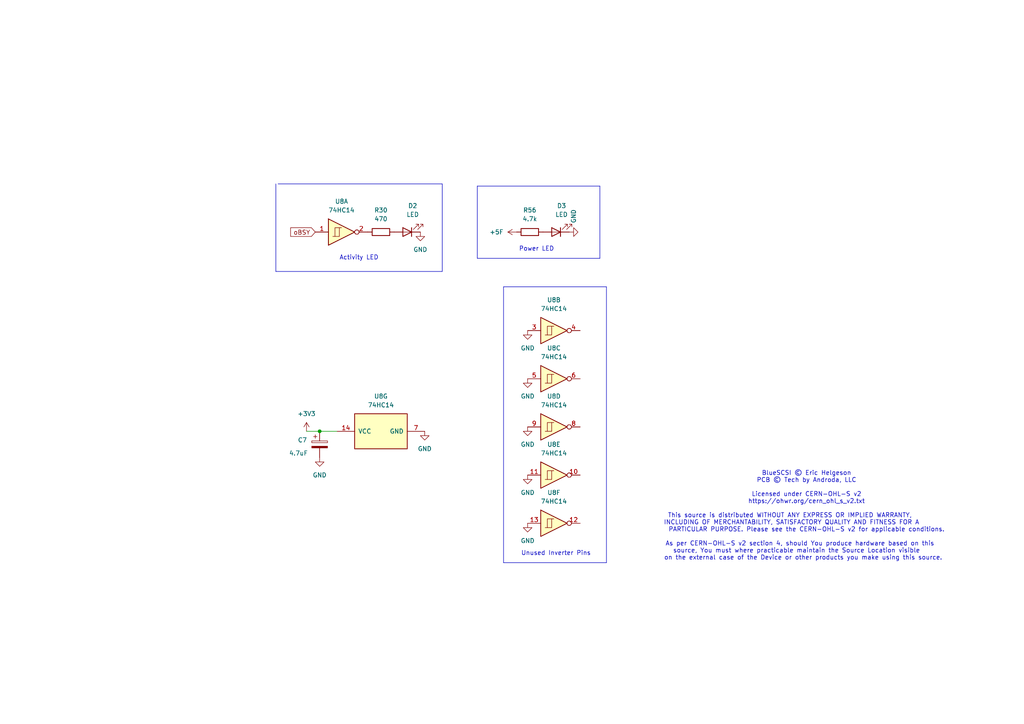
<source format=kicad_sch>
(kicad_sch (version 20250114) (generator "eeschema") (generator_version "9.0")
  (paper "A4")
  (title_block (title "BlueSCSI V2, Centronics 50 Pin, 2024.03a") (date "March 2024") (rev "1") (company "Tech by Androda, LLC"))
  (lib_symbols
    (symbol "74xx:74HC14" (pin_names (offset 1.016))
      (property "Reference" "U" (at 0 1.27 0))
      (property "Value" "74HC14" (at 0 -1.27 0))
      (symbol "74HC14_1_0"
        (polyline (pts (xy -3.81 3.81) (xy -3.81 -3.81) (xy 3.81 0) (xy -3.81 3.81)) (stroke (width 0.254)) (fill (type background)))
        (pin input line (at -7.62 0 0) (length 3.81) (name "~") (number "1"))
        (pin output inverted (at 7.62 0 180) (length 3.81) (name "~") (number "2"))
      )
      (symbol "74HC14_1_1"
        (polyline (pts (xy -2.54 -1.27) (xy -0.635 -1.27) (xy -0.635 1.27) (xy 0 1.27)))
        (polyline (pts (xy -1.905 -1.27) (xy -1.905 1.27) (xy -0.635 1.27)))
      )
      (symbol "74HC14_2_0"
        (polyline (pts (xy -3.81 3.81) (xy -3.81 -3.81) (xy 3.81 0) (xy -3.81 3.81)) (stroke (width 0.254)) (fill (type background)))
        (pin input line (at -7.62 0 0) (length 3.81) (name "~") (number "3"))
        (pin output inverted (at 7.62 0 180) (length 3.81) (name "~") (number "4"))
      )
      (symbol "74HC14_2_1"
        (polyline (pts (xy -2.54 -1.27) (xy -0.635 -1.27) (xy -0.635 1.27) (xy 0 1.27)))
        (polyline (pts (xy -1.905 -1.27) (xy -1.905 1.27) (xy -0.635 1.27)))
      )
      (symbol "74HC14_3_0"
        (polyline (pts (xy -3.81 3.81) (xy -3.81 -3.81) (xy 3.81 0) (xy -3.81 3.81)) (stroke (width 0.254)) (fill (type background)))
        (pin input line (at -7.62 0 0) (length 3.81) (name "~") (number "5"))
        (pin output inverted (at 7.62 0 180) (length 3.81) (name "~") (number "6"))
      )
      (symbol "74HC14_3_1"
        (polyline (pts (xy -2.54 -1.27) (xy -0.635 -1.27) (xy -0.635 1.27) (xy 0 1.27)))
        (polyline (pts (xy -1.905 -1.27) (xy -1.905 1.27) (xy -0.635 1.27)))
      )
      (symbol "74HC14_4_0"
        (polyline (pts (xy -3.81 3.81) (xy -3.81 -3.81) (xy 3.81 0) (xy -3.81 3.81)) (stroke (width 0.254)) (fill (type background)))
        (pin input line (at -7.62 0 0) (length 3.81) (name "~") (number "9"))
        (pin output inverted (at 7.62 0 180) (length 3.81) (name "~") (number "8"))
      )
      (symbol "74HC14_4_1"
        (polyline (pts (xy -2.54 -1.27) (xy -0.635 -1.27) (xy -0.635 1.27) (xy 0 1.27)))
        (polyline (pts (xy -1.905 -1.27) (xy -1.905 1.27) (xy -0.635 1.27)))
      )
      (symbol "74HC14_5_0"
        (polyline (pts (xy -3.81 3.81) (xy -3.81 -3.81) (xy 3.81 0) (xy -3.81 3.81)) (stroke (width 0.254)) (fill (type background)))
        (pin input line (at -7.62 0 0) (length 3.81) (name "~") (number "11"))
        (pin output inverted (at 7.62 0 180) (length 3.81) (name "~") (number "10"))
      )
      (symbol "74HC14_5_1"
        (polyline (pts (xy -2.54 -1.27) (xy -0.635 -1.27) (xy -0.635 1.27) (xy 0 1.27)))
        (polyline (pts (xy -1.905 -1.27) (xy -1.905 1.27) (xy -0.635 1.27)))
      )
      (symbol "74HC14_6_0"
        (polyline (pts (xy -3.81 3.81) (xy -3.81 -3.81) (xy 3.81 0) (xy -3.81 3.81)) (stroke (width 0.254)) (fill (type background)))
        (pin input line (at -7.62 0 0) (length 3.81) (name "~") (number "13"))
        (pin output inverted (at 7.62 0 180) (length 3.81) (name "~") (number "12"))
      )
      (symbol "74HC14_6_1"
        (polyline (pts (xy -2.54 -1.27) (xy -0.635 -1.27) (xy -0.635 1.27) (xy 0 1.27)))
        (polyline (pts (xy -1.905 -1.27) (xy -1.905 1.27) (xy -0.635 1.27)))
      )
      (symbol "74HC14_7_0"
        (pin power_in line (at 0 12.7 270) (length 5.08) (name "VCC") (number "14"))
        (pin power_in line (at 0 -12.7 90) (length 5.08) (name "GND") (number "7"))
      )
      (symbol "74HC14_7_1"
        (rectangle (start -5.08 7.62) (end 5.08 -7.62) (stroke (width 0.254)) (fill (type background)))
      )
    )
    (symbol "Device:CP" (pin_numbers (hide yes)) (pin_names (offset 0.254))
      (property "Reference" "C" (at 0.635 2.54 0))
      (property "Value" "Device_CP" (at 0.635 -2.54 0))
      (symbol "CP_0_1"
        (rectangle (start -2.286 0.508) (end 2.286 1.016))
        (polyline (pts (xy -1.778 2.286) (xy -0.762 2.286)))
        (polyline (pts (xy -1.27 2.794) (xy -1.27 1.778)))
        (rectangle (start 2.286 -0.508) (end -2.286 -1.016) (fill (type outline)))
      )
      (symbol "CP_1_1"
        (pin passive line (at 0 3.81 270) (length 2.794) (name "~") (number "1"))
        (pin passive line (at 0 -3.81 90) (length 2.794) (name "~") (number "2"))
      )
    )
    (symbol "Device:LED" (pin_numbers (hide yes)) (pin_names (offset 1.016) (hide yes))
      (property "Reference" "D" (at 0 2.54 0))
      (property "Value" "LED" (at 0 -2.54 0))
      (symbol "LED_0_1"
        (polyline (pts (xy -3.048 -0.762) (xy -4.572 -2.286) (xy -3.81 -2.286) (xy -4.572 -2.286) (xy -4.572 -1.524)))
        (polyline (pts (xy -1.778 -0.762) (xy -3.302 -2.286) (xy -2.54 -2.286) (xy -3.302 -2.286) (xy -3.302 -1.524)))
        (polyline (pts (xy -1.27 0) (xy 1.27 0)))
        (polyline (pts (xy -1.27 -1.27) (xy -1.27 1.27)) (stroke (width 0.254)))
        (polyline (pts (xy 1.27 -1.27) (xy 1.27 1.27) (xy -1.27 0) (xy 1.27 -1.27)) (stroke (width 0.254)))
      )
      (symbol "LED_1_1"
        (pin passive line (at -3.81 0 0) (length 2.54) (name "K") (number "1"))
        (pin passive line (at 3.81 0 180) (length 2.54) (name "A") (number "2"))
      )
    )
    (symbol "Device:R" (pin_numbers (hide yes)) (pin_names (offset 0))
      (property "Reference" "R" (at 2.032 0 90))
      (property "Value" "R" (at 0 0 90))
      (symbol "R_0_1"
        (rectangle (start -1.016 -2.54) (end 1.016 2.54) (stroke (width 0.254)))
      )
      (symbol "R_1_1"
        (pin passive line (at 0 3.81 270) (length 1.27) (name "~") (number "1"))
        (pin passive line (at 0 -3.81 90) (length 1.27) (name "~") (number "2"))
      )
    )
    (symbol "power:+3.3V" (power) (pin_names (offset 0))
      (property "Value" "+3.3V" (at 0 3.556 0))
      (symbol "+3.3V_0_1"
        (polyline (pts (xy -0.762 1.27) (xy 0 2.54)))
        (polyline (pts (xy 0 2.54) (xy 0.762 1.27)))
        (polyline (pts (xy 0 0) (xy 0 2.54)))
      )
      (symbol "+3.3V_1_1"
        (pin power_in line (at 0 0 90) (length 0) (hide yes) (name "+3V3") (number "1"))
      )
    )
    (symbol "power:+5F" (power) (pin_names (offset 0))
      (property "Value" "+5F" (at 0 3.556 0))
      (symbol "+5F_0_1"
        (polyline (pts (xy -0.762 1.27) (xy 0 2.54)))
        (polyline (pts (xy 0 2.54) (xy 0.762 1.27)))
        (polyline (pts (xy 0 0) (xy 0 2.54)))
      )
      (symbol "+5F_1_1"
        (pin power_in line (at 0 0 90) (length 0) (hide yes) (name "+5F") (number "1"))
      )
    )
    (symbol "power:GND" (power) (pin_names (offset 0))
      (property "Value" "GND" (at 0 -3.81 0))
      (symbol "GND_0_1"
        (polyline (pts (xy 0 0) (xy 0 -1.27) (xy 1.27 -1.27) (xy 0 -2.54) (xy -1.27 -1.27) (xy 0 -1.27)))
      )
      (symbol "GND_1_1"
        (pin power_in line (at 0 0 270) (length 0) (hide yes) (name "GND") (number "1"))
      )
    )
  )
  (text "Power LED" (at 150.495 73.025 0) (effects (font (size 1.27 1.27)) (justify left bottom)))
  (text "Unused Inverter Pins" (at 151.13 161.29 0) (effects (font (size 1.27 1.27)) (justify left bottom)))
  (text "Activity LED" (at 98.425 75.565 0) (effects (font (size 1.27 1.27)) (justify left bottom)))
  (text "BlueSCSI © Eric Helgeson\nPCB © Tech by Androda, LLC\n\nLicensed under CERN-OHL-S v2\nhttps://ohwr.org/cern_ohl_s_v2.txt\n\nThis source is distributed WITHOUT ANY EXPRESS OR IMPLIED WARRANTY,          \nINCLUDING OF MERCHANTABILITY, SATISFACTORY QUALITY AND FITNESS FOR A         \nPARTICULAR PURPOSE. Please see the CERN-OHL-S v2 for applicable conditions.\n\nAs per CERN-OHL-S v2 section 4, should You produce hardware based on this    \nsource, You must where practicable maintain the Source Location visible      \non the external case of the Device or other products you make using this source.  \n" (at 233.934 149.606 0) (effects (font (size 1.27 1.27))))
  (junction (at 92.71 125.095))
  (polyline (pts (xy 138.43 53.975) (xy 173.99 53.975)))
  (polyline (pts (xy 173.99 53.975) (xy 173.99 74.93)))
  (polyline (pts (xy 80.645 53.34) (xy 128.27 53.34)))
  (polyline (pts (xy 80.01 53.34) (xy 80.01 78.74)))
  (polyline (pts (xy 146.05 83.185) (xy 146.05 163.195)))
  (polyline (pts (xy 128.27 78.74) (xy 128.27 53.34)))
  (wire (pts (xy 92.71 125.095) (xy 97.79 125.095)))
  (polyline (pts (xy 173.99 74.93) (xy 138.43 74.93)))
  (polyline (pts (xy 146.05 83.185) (xy 175.895 83.185)))
  (polyline (pts (xy 175.895 163.195) (xy 175.895 83.185)))
  (wire (pts (xy 88.9 125.095) (xy 92.71 125.095)))
  (polyline (pts (xy 80.01 78.74) (xy 128.27 78.74)))
  (polyline (pts (xy 146.05 163.195) (xy 175.895 163.195)))
  (polyline (pts (xy 138.43 53.975) (xy 138.43 74.93)))
  (global_label "oBSY" (shape input) (at 91.44 67.31 180) (property "Intersheetrefs" "${INTERSHEET_REFS}" (effects (hide yes))))
  (symbol (lib_id "power:GND") (at 153.035 123.825 0) (unit 1)
    (property "Reference" "#PWR044" (effects (hide yes)))
    (property "Value" "GND" (at 153.035 128.905 0))
  )
  (symbol (lib_id "power:+5F") (at 149.86 67.31 90) (unit 1)
    (property "Reference" "#PWR0105" (effects (hide yes)))
    (property "Value" "+5F" (at 146.05 67.3099 90) (effects (justify left)))
  )
  (symbol (lib_id "power:GND") (at 153.035 109.855 0) (unit 1)
    (property "Reference" "#PWR043" (effects (hide yes)))
    (property "Value" "GND" (at 153.035 114.935 0))
  )
  (symbol (lib_id "power:GND") (at 153.035 151.765 0) (unit 1)
    (property "Reference" "#PWR051" (effects (hide yes)))
    (property "Value" "GND" (at 153.035 156.845 0))
  )
  (symbol (lib_id "74xx:74HC14") (at 160.655 109.855 0) (unit 3)
    (property "Reference" "U8" (at 160.655 100.965 0))
    (property "Value" "74HC14" (at 160.655 103.505 0))
    (property "Footprint" "Package_SO:SOIC-14_3.9x8.7mm_P1.27mm" (effects (hide yes)))
    (property "Datasheet" "http://www.ti.com/lit/gpn/sn74HC14" (effects (hide yes)))
    (property "LCSC Part #" "C5605" (effects (hide yes)))
  )
  (symbol (lib_id "power:+3.3V") (at 88.9 125.095 0) (unit 1)
    (property "Reference" "#PWR0104" (effects (hide yes)))
    (property "Value" "+3V3" (at 88.9 120.015 0))
  )
  (symbol (lib_id "power:GND") (at 165.1 67.31 90) (unit 1)
    (property "Reference" "#PWR068" (effects (hide yes)))
    (property "Value" "GND" (at 166.3699 64.77 0) (effects (justify left)))
  )
  (symbol (lib_id "74xx:74HC14") (at 160.655 95.885 0) (unit 2)
    (property "Reference" "U8" (at 160.655 86.995 0))
    (property "Value" "74HC14" (at 160.655 89.535 0))
    (property "Footprint" "Package_SO:SOIC-14_3.9x8.7mm_P1.27mm" (effects (hide yes)))
    (property "Datasheet" "http://www.ti.com/lit/gpn/sn74HC14" (effects (hide yes)))
    (property "LCSC Part #" "C5605" (effects (hide yes)))
  )
  (symbol (lib_id "74xx:74HC14") (at 160.655 137.795 0) (unit 5)
    (property "Reference" "U8" (at 160.655 128.905 0))
    (property "Value" "74HC14" (at 160.655 131.445 0))
    (property "Footprint" "Package_SO:SOIC-14_3.9x8.7mm_P1.27mm" (effects (hide yes)))
    (property "Datasheet" "http://www.ti.com/lit/gpn/sn74HC14" (effects (hide yes)))
    (property "LCSC Part #" "C5605" (effects (hide yes)))
  )
  (symbol (lib_id "Device:CP") (at 92.71 128.905 0) (unit 1)
    (property "Reference" "C7" (at 86.36 127.635 0) (effects (justify left)))
    (property "Value" "4.7uF" (at 83.82 131.445 0) (effects (justify left)))
    (property "Footprint" "Capacitor_SMD:C_0805_2012Metric" (effects (hide yes)))
    (property "LCSC Part #" "C1779" (effects (hide yes)))
  )
  (symbol (lib_id "Device:R") (at 153.67 67.31 90) (unit 1)
    (property "Reference" "R56" (at 153.67 60.96 90))
    (property "Value" "4.7k" (at 153.67 63.5 90))
    (property "Footprint" "Resistor_SMD:R_0402_1005Metric" (effects (hide yes)))
    (property "LCSC Part #" "C25900" (effects (hide yes)))
  )
  (symbol (lib_id "Device:LED") (at 118.11 67.31 180) (unit 1)
    (property "Reference" "D2" (at 119.6975 59.69 0))
    (property "Value" "LED" (at 119.6975 62.23 0))
    (property "Footprint" "LED_SMD:LED_0603_1608Metric" (effects (hide yes)))
    (property "LCSC Part #" "C72041" (effects (hide yes)))
  )
  (symbol (lib_id "74xx:74HC14") (at 110.49 125.095 90) (unit 7)
    (property "Reference" "U8" (at 110.49 114.935 90))
    (property "Value" "74HC14" (at 110.49 117.475 90))
    (property "Footprint" "Package_SO:SOIC-14_3.9x8.7mm_P1.27mm" (effects (hide yes)))
    (property "Datasheet" "http://www.ti.com/lit/gpn/sn74HC14" (effects (hide yes)))
    (property "LCSC Part #" "C5605" (effects (hide yes)))
  )
  (symbol (lib_id "74xx:74HC14") (at 160.655 151.765 0) (unit 6)
    (property "Reference" "U8" (at 160.655 142.875 0))
    (property "Value" "74HC14" (at 160.655 145.415 0))
    (property "Footprint" "Package_SO:SOIC-14_3.9x8.7mm_P1.27mm" (effects (hide yes)))
    (property "Datasheet" "http://www.ti.com/lit/gpn/sn74HC14" (effects (hide yes)))
    (property "LCSC Part #" "C5605" (effects (hide yes)))
  )
  (symbol (lib_id "power:GND") (at 153.035 95.885 0) (unit 1)
    (property "Reference" "#PWR042" (effects (hide yes)))
    (property "Value" "GND" (at 153.035 100.965 0))
  )
  (symbol (lib_id "Device:R") (at 110.49 67.31 90) (unit 1)
    (property "Reference" "R30" (at 110.49 60.96 90))
    (property "Value" "470" (at 110.49 63.5 90))
    (property "Footprint" "Resistor_SMD:R_0402_1005Metric" (effects (hide yes)))
    (property "LCSC Part #" "C25117" (effects (hide yes)))
  )
  (symbol (lib_id "power:GND") (at 123.19 125.095 0) (unit 1)
    (property "Reference" "#PWR026" (effects (hide yes)))
    (property "Value" "GND" (at 123.19 130.175 0))
  )
  (symbol (lib_id "74xx:74HC14") (at 160.655 123.825 0) (unit 4)
    (property "Reference" "U8" (at 160.655 114.935 0))
    (property "Value" "74HC14" (at 160.655 117.475 0))
    (property "Footprint" "Package_SO:SOIC-14_3.9x8.7mm_P1.27mm" (effects (hide yes)))
    (property "Datasheet" "http://www.ti.com/lit/gpn/sn74HC14" (effects (hide yes)))
    (property "LCSC Part #" "C5605" (effects (hide yes)))
  )
  (symbol (lib_id "power:GND") (at 121.92 67.31 0) (unit 1)
    (property "Reference" "#PWR038" (effects (hide yes)))
    (property "Value" "GND" (at 121.92 72.39 0))
  )
  (symbol (lib_id "power:GND") (at 153.035 137.795 0) (unit 1)
    (property "Reference" "#PWR045" (effects (hide yes)))
    (property "Value" "GND" (at 153.035 142.875 0))
  )
  (symbol (lib_id "power:GND") (at 92.71 132.715 0) (unit 1)
    (property "Reference" "#PWR041" (effects (hide yes)))
    (property "Value" "GND" (at 92.71 137.795 0))
  )
  (symbol (lib_id "74xx:74HC14") (at 99.06 67.31 0) (unit 1)
    (property "Reference" "U8" (at 99.06 58.42 0))
    (property "Value" "74HC14" (at 99.06 60.96 0))
    (property "Footprint" "Package_SO:SOIC-14_3.9x8.7mm_P1.27mm" (effects (hide yes)))
    (property "Datasheet" "http://www.ti.com/lit/gpn/sn74HC14" (effects (hide yes)))
    (property "LCSC Part #" "C5605" (effects (hide yes)))
  )
  (symbol (lib_id "Device:LED") (at 161.29 67.31 180) (unit 1)
    (property "Reference" "D3" (at 162.8775 59.69 0))
    (property "Value" "LED" (at 162.8775 62.23 0))
    (property "Footprint" "LED_SMD:LED_0603_1608Metric" (effects (hide yes)))
    (property "LCSC Part #" "C2290" (effects (hide yes)))
  )
)
</source>
